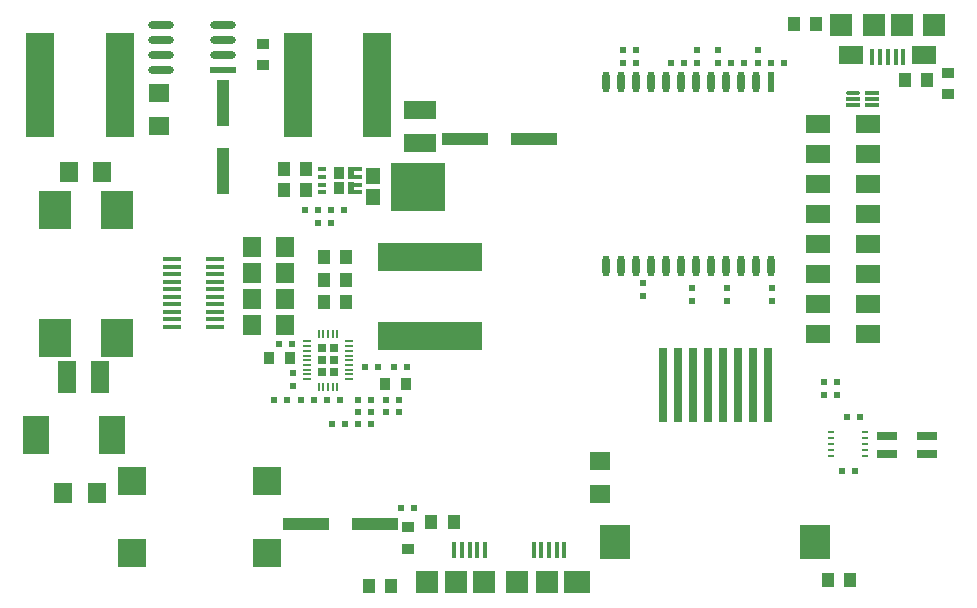
<source format=gtp>
G04 Layer_Color=8421504*
%FSLAX44Y44*%
%MOMM*%
G71*
G01*
G75*
%ADD10R,1.0000X1.3000*%
%ADD11R,2.1000X1.6000*%
%ADD12R,0.4000X1.3500*%
%ADD14R,2.0000X1.5200*%
%ADD15R,2.4000X2.4000*%
%ADD16R,0.7600X6.3500*%
%ADD17R,2.5400X2.9400*%
%ADD18R,2.2000X3.2000*%
%ADD19R,1.6000X1.8000*%
%ADD20R,0.6000X0.6000*%
%ADD21O,0.6000X0.2500*%
%ADD22R,0.6000X0.2500*%
%ADD23R,1.1500X1.4500*%
%ADD24R,4.6500X4.1500*%
%ADD25R,1.8000X1.6000*%
%ADD26R,1.6000X2.7000*%
%ADD27R,1.0000X0.9000*%
%ADD28R,2.7000X3.2000*%
%ADD29R,2.4000X8.9000*%
%ADD30R,0.6000X0.6000*%
%ADD31R,2.2000X0.6000*%
%ADD32O,2.2000X0.6000*%
%ADD33R,1.8000X0.8000*%
%ADD35R,0.2000X0.8000*%
%ADD36R,0.8000X0.2000*%
%ADD37O,0.8000X0.2000*%
%ADD38R,0.9000X1.0000*%
%ADD39R,1.0000X4.0000*%
%ADD41R,1.1600X0.3000*%
G04:AMPARAMS|DCode=42|XSize=1.16mm|YSize=0.3mm|CornerRadius=0.075mm|HoleSize=0mm|Usage=FLASHONLY|Rotation=0.000|XOffset=0mm|YOffset=0mm|HoleType=Round|Shape=RoundedRectangle|*
%AMROUNDEDRECTD42*
21,1,1.1600,0.1500,0,0,0.0*
21,1,1.0100,0.3000,0,0,0.0*
1,1,0.1500,0.5050,-0.0750*
1,1,0.1500,-0.5050,-0.0750*
1,1,0.1500,-0.5050,0.0750*
1,1,0.1500,0.5050,0.0750*
%
%ADD42ROUNDEDRECTD42*%
%ADD43R,8.9000X2.4000*%
%ADD44R,1.6000X0.4000*%
%ADD45R,1.6000X0.4000*%
%ADD46R,4.0000X1.0000*%
%ADD47R,0.6000X1.8000*%
%ADD48O,0.6000X1.8000*%
%ADD49R,2.7000X1.6000*%
%ADD52R,0.8000X0.3400*%
%ADD54R,2.3000X1.9000*%
%ADD55R,0.4000X1.4000*%
%ADD56R,1.9000X1.9000*%
%ADD118R,1.9000X1.9000*%
%ADD119R,0.8000X0.8000*%
%ADD120R,0.8000X0.8000*%
%ADD121R,0.8500X0.9900*%
%ADD122R,1.2000X0.3400*%
%ADD123R,0.5500X0.9900*%
D10*
X279500Y290000D02*
D03*
X260500D02*
D03*
X279500Y271000D02*
D03*
X260500D02*
D03*
X279500Y252000D02*
D03*
X260500D02*
D03*
X687000Y17000D02*
D03*
X706000D02*
D03*
X752500Y440000D02*
D03*
X771500D02*
D03*
X245500Y347000D02*
D03*
X226500D02*
D03*
X245500Y365000D02*
D03*
X226500D02*
D03*
X658500Y488000D02*
D03*
X677500D02*
D03*
X370500Y66000D02*
D03*
X351500D02*
D03*
X317500Y12000D02*
D03*
X298500D02*
D03*
D11*
X707000Y461250D02*
D03*
X769000Y461250D02*
D03*
D12*
X751000Y460000D02*
D03*
X731500D02*
D03*
X725000D02*
D03*
X738000D02*
D03*
X744500D02*
D03*
D14*
X678700Y225100D02*
D03*
Y250500D02*
D03*
Y275900D02*
D03*
Y301300D02*
D03*
Y326700D02*
D03*
Y352100D02*
D03*
Y377500D02*
D03*
Y402900D02*
D03*
X721300D02*
D03*
Y377500D02*
D03*
Y352100D02*
D03*
Y326700D02*
D03*
Y301300D02*
D03*
Y275900D02*
D03*
Y250500D02*
D03*
Y225100D02*
D03*
D15*
X98000Y40000D02*
D03*
X212000Y101000D02*
D03*
Y40000D02*
D03*
X98000Y101000D02*
D03*
D16*
X623750Y182250D02*
D03*
X636450D02*
D03*
X611050D02*
D03*
X547550D02*
D03*
X560250D02*
D03*
X585650D02*
D03*
X598350D02*
D03*
X572950D02*
D03*
D17*
X507350Y49500D02*
D03*
X676650D02*
D03*
D18*
X81000Y140000D02*
D03*
X17000D02*
D03*
D19*
X40000Y91000D02*
D03*
X68000D02*
D03*
X73000Y362000D02*
D03*
X45000D02*
D03*
X200000Y255000D02*
D03*
X228000D02*
D03*
X200000Y233000D02*
D03*
X228000D02*
D03*
X200000Y299000D02*
D03*
X228000D02*
D03*
X200000Y277000D02*
D03*
X228000D02*
D03*
D20*
X703500Y155000D02*
D03*
X714500D02*
D03*
X319500Y197000D02*
D03*
X330500D02*
D03*
X699500Y109000D02*
D03*
X710500D02*
D03*
X274500Y169000D02*
D03*
X263500D02*
D03*
X218500D02*
D03*
X229500D02*
D03*
X289500Y159000D02*
D03*
X300500D02*
D03*
X289500Y149000D02*
D03*
X300500D02*
D03*
X278500D02*
D03*
X267500D02*
D03*
X241500Y169000D02*
D03*
X252500D02*
D03*
X222500Y217000D02*
D03*
X233500D02*
D03*
X295500Y197000D02*
D03*
X306500D02*
D03*
X554000Y454500D02*
D03*
X565000D02*
D03*
X605500D02*
D03*
X616500D02*
D03*
X650000Y455000D02*
D03*
X639000D02*
D03*
X336500Y77500D02*
D03*
X325500D02*
D03*
X266500Y319500D02*
D03*
X255500D02*
D03*
X277500Y330000D02*
D03*
X266500D02*
D03*
X255500D02*
D03*
X244500D02*
D03*
X300500Y169000D02*
D03*
X289500D02*
D03*
X313500Y159000D02*
D03*
X324500D02*
D03*
Y169000D02*
D03*
X313500D02*
D03*
D21*
X689500Y142000D02*
D03*
D22*
Y137000D02*
D03*
Y132000D02*
D03*
Y127000D02*
D03*
Y122000D02*
D03*
X718500D02*
D03*
Y127000D02*
D03*
Y132000D02*
D03*
Y137000D02*
D03*
Y142000D02*
D03*
D23*
X302500Y359199D02*
D03*
Y340801D02*
D03*
D24*
X340000Y350000D02*
D03*
D25*
X121000Y401000D02*
D03*
Y429000D02*
D03*
X494500Y90000D02*
D03*
Y118000D02*
D03*
D26*
X71000Y189000D02*
D03*
X43000D02*
D03*
D27*
X789000Y446000D02*
D03*
Y428000D02*
D03*
X209000Y471000D02*
D03*
Y453000D02*
D03*
X331500Y61500D02*
D03*
Y43500D02*
D03*
D28*
X85000Y222000D02*
D03*
X33000D02*
D03*
Y330000D02*
D03*
X85000D02*
D03*
D29*
X87500Y436000D02*
D03*
X20500D02*
D03*
X238500D02*
D03*
X305500D02*
D03*
D30*
X695000Y184500D02*
D03*
Y173500D02*
D03*
X684000Y184500D02*
D03*
Y173500D02*
D03*
X514000Y465500D02*
D03*
Y454500D02*
D03*
X572000Y253500D02*
D03*
Y264500D02*
D03*
X530500Y257000D02*
D03*
Y268000D02*
D03*
X639500Y253500D02*
D03*
Y264500D02*
D03*
X601500Y253500D02*
D03*
Y264500D02*
D03*
X594500Y465500D02*
D03*
Y454500D02*
D03*
X628000Y465500D02*
D03*
Y454500D02*
D03*
X524500Y465500D02*
D03*
Y454500D02*
D03*
X576500D02*
D03*
Y465500D02*
D03*
X234000Y181500D02*
D03*
Y192500D02*
D03*
D31*
X175000Y448950D02*
D03*
D32*
Y461650D02*
D03*
Y474350D02*
D03*
Y487050D02*
D03*
X123000Y448950D02*
D03*
Y461650D02*
D03*
Y474350D02*
D03*
Y487050D02*
D03*
D33*
X771000Y138500D02*
D03*
X737000D02*
D03*
X771000Y123500D02*
D03*
X737000D02*
D03*
D35*
X268000Y225500D02*
D03*
X272000Y180500D02*
D03*
X268000D02*
D03*
X264000D02*
D03*
X260000D02*
D03*
X256000D02*
D03*
Y225500D02*
D03*
X260000D02*
D03*
X264000D02*
D03*
X272000D02*
D03*
D36*
X246500Y187000D02*
D03*
Y191000D02*
D03*
Y195000D02*
D03*
Y199000D02*
D03*
Y203000D02*
D03*
Y207000D02*
D03*
Y211000D02*
D03*
Y215000D02*
D03*
Y219000D02*
D03*
X281500D02*
D03*
Y215000D02*
D03*
Y211000D02*
D03*
Y207000D02*
D03*
Y203000D02*
D03*
Y199000D02*
D03*
Y195000D02*
D03*
Y191000D02*
D03*
D37*
Y187000D02*
D03*
D38*
X312000Y183000D02*
D03*
X330000D02*
D03*
X232000Y205000D02*
D03*
X214000D02*
D03*
D39*
X175000Y363000D02*
D03*
Y421000D02*
D03*
D41*
X708500Y419500D02*
D03*
X724500D02*
D03*
Y424500D02*
D03*
Y429500D02*
D03*
X708500Y424500D02*
D03*
D42*
Y429500D02*
D03*
D43*
X350000Y223500D02*
D03*
Y290500D02*
D03*
D44*
X168000Y231425D02*
D03*
X132000D02*
D03*
Y237775D02*
D03*
X168000D02*
D03*
X132000Y244125D02*
D03*
X168000D02*
D03*
X132000Y250475D02*
D03*
X168000D02*
D03*
X132000Y256825D02*
D03*
X168000D02*
D03*
D45*
X132000Y263175D02*
D03*
X168000D02*
D03*
X132000Y269525D02*
D03*
X168000D02*
D03*
X132000Y275875D02*
D03*
X168000D02*
D03*
X132000Y282225D02*
D03*
X168000D02*
D03*
X132000Y288575D02*
D03*
X168000D02*
D03*
D46*
X245500Y64000D02*
D03*
X303500D02*
D03*
X380000Y390000D02*
D03*
X438000D02*
D03*
D47*
X639350Y438150D02*
D03*
D48*
X626650D02*
D03*
X613950D02*
D03*
X601250D02*
D03*
X588550D02*
D03*
X575850D02*
D03*
X563150D02*
D03*
X550450D02*
D03*
X537750D02*
D03*
X525050D02*
D03*
X512350D02*
D03*
X499650D02*
D03*
Y282850D02*
D03*
X512350D02*
D03*
X525050D02*
D03*
X537750D02*
D03*
X550450D02*
D03*
X563150D02*
D03*
X575850D02*
D03*
X588550D02*
D03*
X601250D02*
D03*
X613950D02*
D03*
X626650D02*
D03*
X639350D02*
D03*
D49*
X342000Y387000D02*
D03*
Y415000D02*
D03*
D52*
X259000Y345250D02*
D03*
Y351750D02*
D03*
Y358250D02*
D03*
Y364750D02*
D03*
D54*
X475000Y15500D02*
D03*
D55*
X371000Y42500D02*
D03*
X377500D02*
D03*
X384000D02*
D03*
X390500D02*
D03*
X397000D02*
D03*
X438000D02*
D03*
X444500D02*
D03*
X451000D02*
D03*
X457500D02*
D03*
X464000D02*
D03*
D56*
X449000Y15500D02*
D03*
X424000D02*
D03*
X396000D02*
D03*
X372000D02*
D03*
X348000D02*
D03*
D118*
X698500Y486749D02*
D03*
X750000D02*
D03*
X777500Y486750D02*
D03*
X726000D02*
D03*
D119*
X269000Y213000D02*
D03*
X259000Y193000D02*
D03*
D120*
X269000Y203000D02*
D03*
X269000Y193001D02*
D03*
X259000Y212999D02*
D03*
X259000Y203000D02*
D03*
D121*
X273651Y348500D02*
D03*
X273650Y361500D02*
D03*
D122*
X287000Y345249D02*
D03*
Y351749D02*
D03*
X287001Y358250D02*
D03*
Y364750D02*
D03*
D123*
X283750Y361500D02*
D03*
Y348500D02*
D03*
M02*

</source>
